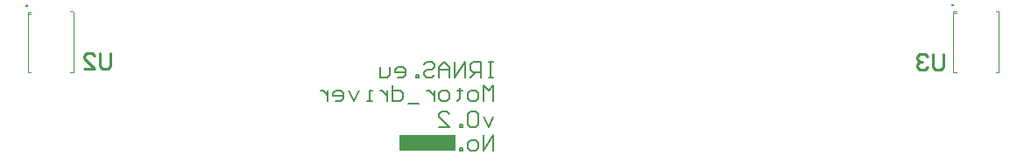
<source format=gbo>
G04*
G04 #@! TF.GenerationSoftware,Altium Limited,Altium Designer,18.1.9 (240)*
G04*
G04 Layer_Color=32896*
%FSAX25Y25*%
%MOIN*%
G70*
G01*
G75*
%ADD11C,0.01000*%
%ADD12C,0.00787*%
%ADD13C,0.00394*%
%ADD52C,0.00000*%
%ADD53R,0.21535X0.06028*%
D11*
X0279718Y0483661D02*
G03*
X0279718Y0483661I-0000230J0000000D01*
G01*
X0632001Y0483898D02*
G03*
X0632001Y0483898I-0000230J0000000D01*
G01*
X0628622Y0465329D02*
Y0460330D01*
X0627622Y0459331D01*
X0625623D01*
X0624623Y0460330D01*
Y0465329D01*
X0622624Y0464329D02*
X0621624Y0465329D01*
X0619625D01*
X0618625Y0464329D01*
Y0463329D01*
X0619625Y0462330D01*
X0620625D01*
X0619625D01*
X0618625Y0461330D01*
Y0460330D01*
X0619625Y0459331D01*
X0621624D01*
X0622624Y0460330D01*
X0311339Y0465565D02*
Y0460567D01*
X0310339Y0459567D01*
X0308340D01*
X0307340Y0460567D01*
Y0465565D01*
X0301342Y0459567D02*
X0305341D01*
X0301342Y0463566D01*
Y0464565D01*
X0302342Y0465565D01*
X0304341D01*
X0305341Y0464565D01*
D12*
X0457283Y0462196D02*
X0455316D01*
X0456299D01*
Y0456292D01*
X0457283D01*
X0455316D01*
X0452364D02*
Y0462196D01*
X0449412D01*
X0448428Y0461212D01*
Y0459244D01*
X0449412Y0458260D01*
X0452364D01*
X0450396D02*
X0448428Y0456292D01*
X0446460D02*
Y0462196D01*
X0442524Y0456292D01*
Y0462196D01*
X0440557Y0456292D02*
Y0460228D01*
X0438589Y0462196D01*
X0436621Y0460228D01*
Y0456292D01*
Y0459244D01*
X0440557D01*
X0430717Y0461212D02*
X0431701Y0462196D01*
X0433669D01*
X0434653Y0461212D01*
Y0460228D01*
X0433669Y0459244D01*
X0431701D01*
X0430717Y0458260D01*
Y0457276D01*
X0431701Y0456292D01*
X0433669D01*
X0434653Y0457276D01*
X0428749Y0456292D02*
Y0457276D01*
X0427766D01*
Y0456292D01*
X0428749D01*
X0420878D02*
X0422846D01*
X0423830Y0457276D01*
Y0459244D01*
X0422846Y0460228D01*
X0420878D01*
X0419894Y0459244D01*
Y0458260D01*
X0423830D01*
X0417926Y0460228D02*
Y0457276D01*
X0416942Y0456292D01*
X0413990D01*
Y0460228D01*
X0457283Y0447318D02*
Y0453222D01*
X0455316Y0451254D01*
X0453348Y0453222D01*
Y0447318D01*
X0450396D02*
X0448428D01*
X0447444Y0448302D01*
Y0450270D01*
X0448428Y0451254D01*
X0450396D01*
X0451380Y0450270D01*
Y0448302D01*
X0450396Y0447318D01*
X0444492Y0452238D02*
Y0451254D01*
X0445476D01*
X0443508D01*
X0444492D01*
Y0448302D01*
X0443508Y0447318D01*
X0439573D02*
X0437605D01*
X0436621Y0448302D01*
Y0450270D01*
X0437605Y0451254D01*
X0439573D01*
X0440557Y0450270D01*
Y0448302D01*
X0439573Y0447318D01*
X0434653Y0451254D02*
Y0447318D01*
Y0449286D01*
X0433669Y0450270D01*
X0432685Y0451254D01*
X0431701D01*
X0428749Y0446334D02*
X0424814D01*
X0418910Y0453222D02*
Y0447318D01*
X0421862D01*
X0422846Y0448302D01*
Y0450270D01*
X0421862Y0451254D01*
X0418910D01*
X0416942D02*
Y0447318D01*
Y0449286D01*
X0415958Y0450270D01*
X0414974Y0451254D01*
X0413990D01*
X0411039Y0447318D02*
X0409071D01*
X0410055D01*
Y0451254D01*
X0411039D01*
X0406119D02*
X0404151Y0447318D01*
X0402183Y0451254D01*
X0397264Y0447318D02*
X0399231D01*
X0400215Y0448302D01*
Y0450270D01*
X0399231Y0451254D01*
X0397264D01*
X0396280Y0450270D01*
Y0449286D01*
X0400215D01*
X0394312Y0451254D02*
Y0447318D01*
Y0449286D01*
X0393328Y0450270D01*
X0392344Y0451254D01*
X0391360D01*
X0457283Y0441296D02*
X0455316Y0437360D01*
X0453348Y0441296D01*
X0451380Y0442280D02*
X0450396Y0443263D01*
X0448428D01*
X0447444Y0442280D01*
Y0438344D01*
X0448428Y0437360D01*
X0450396D01*
X0451380Y0438344D01*
Y0442280D01*
X0445476Y0437360D02*
Y0438344D01*
X0444492D01*
Y0437360D01*
X0445476D01*
X0436621D02*
X0440557D01*
X0436621Y0441296D01*
Y0442280D01*
X0437605Y0443263D01*
X0439573D01*
X0440557Y0442280D01*
X0457283Y0428386D02*
Y0434289D01*
X0453348Y0428386D01*
Y0434289D01*
X0450396Y0428386D02*
X0448428D01*
X0447444Y0429370D01*
Y0431338D01*
X0448428Y0432322D01*
X0450396D01*
X0451380Y0431338D01*
Y0429370D01*
X0450396Y0428386D01*
X0445476D02*
Y0429370D01*
X0444492D01*
Y0428386D01*
X0445476D01*
D13*
X0280000Y0458819D02*
Y0480551D01*
X0297323Y0458779D02*
Y0480472D01*
X0280000Y0480551D02*
Y0481378D01*
X0281181D01*
X0280000Y0458150D02*
Y0458819D01*
Y0458150D02*
X0281181D01*
X0297323Y0458110D02*
Y0458779D01*
X0296142Y0458110D02*
X0297323D01*
Y0480472D02*
Y0481378D01*
X0297284Y0481417D02*
X0297323Y0481378D01*
X0296102Y0481417D02*
X0297284D01*
X0648386Y0481653D02*
X0649567D01*
X0649606Y0481614D01*
Y0480709D02*
Y0481614D01*
X0648425Y0458347D02*
X0649606D01*
Y0459016D01*
X0632283Y0458386D02*
X0633465D01*
X0632283D02*
Y0459055D01*
Y0481614D02*
X0633465D01*
X0632283Y0480787D02*
Y0481614D01*
X0649606Y0459016D02*
Y0480709D01*
X0632283Y0459055D02*
Y0480787D01*
D52*
X0280000Y0480551D02*
X0281299D01*
X0632283Y0480787D02*
X0633583D01*
D53*
X0432185Y0431159D02*
D03*
M02*

</source>
